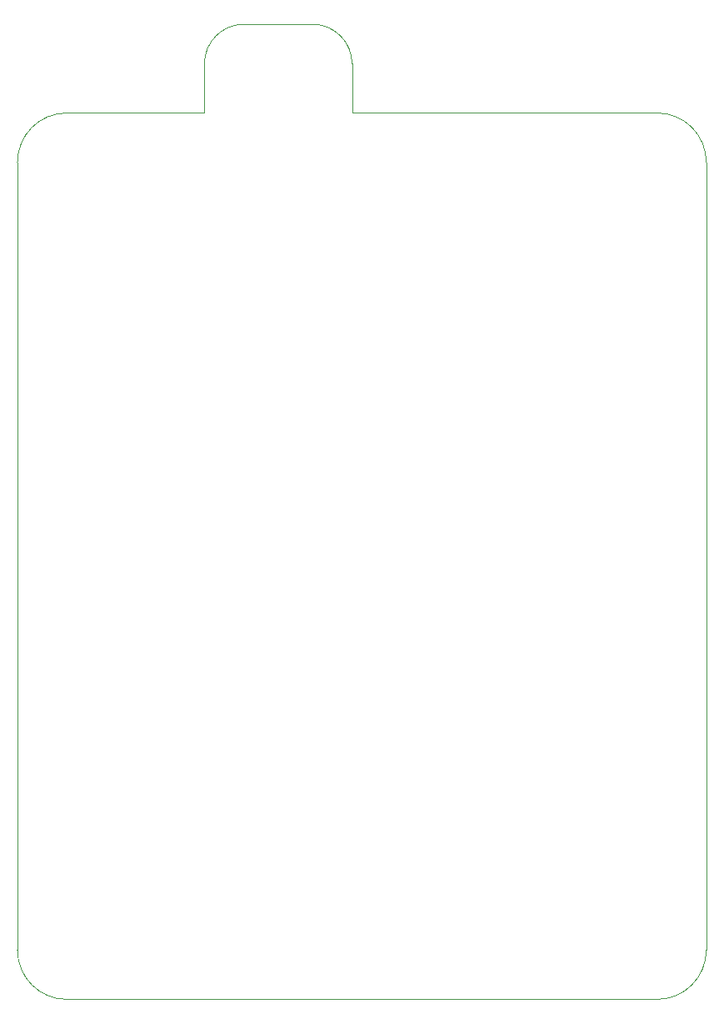
<source format=gbr>
%TF.GenerationSoftware,KiCad,Pcbnew,8.0.5-8.0.5-0~ubuntu20.04.1*%
%TF.CreationDate,2024-11-22T10:43:45+01:00*%
%TF.ProjectId,esp32-e22,65737033-322d-4653-9232-2e6b69636164,V 2.1.2*%
%TF.SameCoordinates,Original*%
%TF.FileFunction,Profile,NP*%
%FSLAX46Y46*%
G04 Gerber Fmt 4.6, Leading zero omitted, Abs format (unit mm)*
G04 Created by KiCad (PCBNEW 8.0.5-8.0.5-0~ubuntu20.04.1) date 2024-11-22 10:43:45*
%MOMM*%
%LPD*%
G01*
G04 APERTURE LIST*
%TA.AperFunction,Profile*%
%ADD10C,0.050000*%
%TD*%
G04 APERTURE END LIST*
D10*
X170570000Y-55930000D02*
X144570000Y-55930000D01*
X140570000Y-46930000D02*
G75*
G02*
X144570000Y-50930000I0J-4000000D01*
G01*
X175570000Y-145930000D02*
X115570000Y-145930000D01*
X129570000Y-55930000D02*
X115570000Y-55930000D01*
X175570000Y-55930000D02*
G75*
G02*
X180570000Y-60930000I0J-5000000D01*
G01*
X110570000Y-60930000D02*
G75*
G02*
X115570000Y-55930000I5000000J0D01*
G01*
X110570000Y-140930000D02*
X110570000Y-60930000D01*
X170570000Y-55930000D02*
X175570000Y-55930000D01*
X115570000Y-145930000D02*
G75*
G02*
X110570000Y-140930000I0J5000000D01*
G01*
X129570000Y-55930000D02*
X129570000Y-50930000D01*
X144570000Y-55930000D02*
X144570000Y-50930000D01*
X129570000Y-50930000D02*
G75*
G02*
X133570000Y-46930000I4000000J0D01*
G01*
X180570000Y-140930000D02*
G75*
G02*
X175570000Y-145930000I-5000000J0D01*
G01*
X140570000Y-46930000D02*
X133570000Y-46930000D01*
X180570000Y-60930000D02*
X180570000Y-140930000D01*
M02*

</source>
